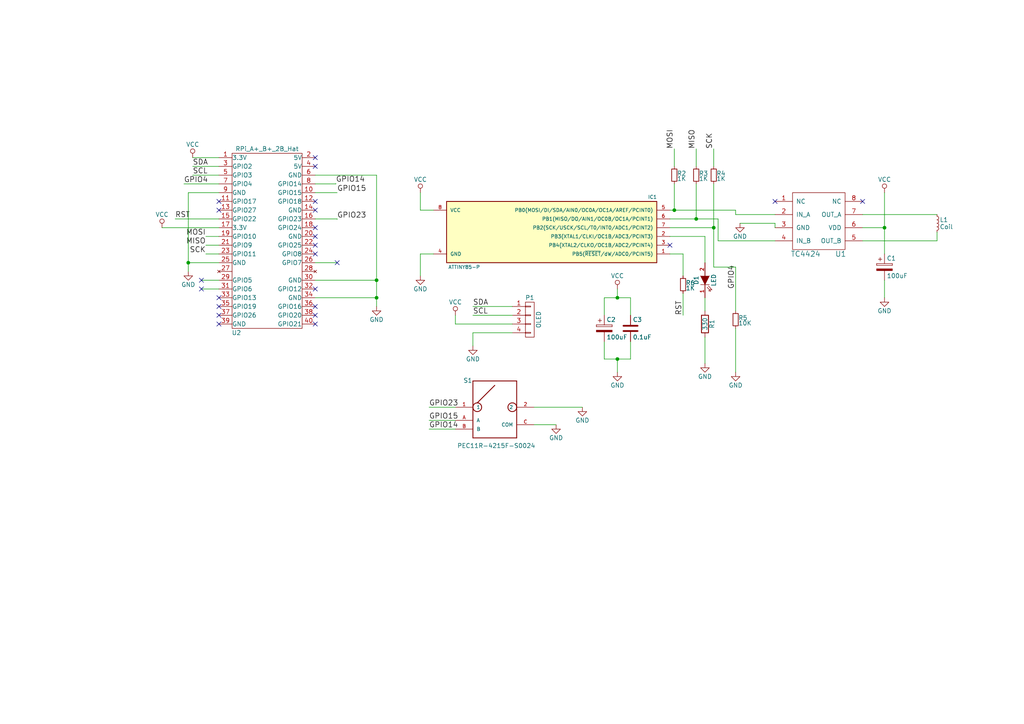
<source format=kicad_sch>
(kicad_sch (version 20230121) (generator eeschema)
  (paper "A4")
  (title_block (title "SamyKamTools") (date "2016-12-16") (rev "1.0") (company "Electronic Cats") (comment 1 "Andrés Sabas"))
  (lib_symbols
    (symbol "PEC11R-4215F-S0024:PEC11R-4215F-S0024" (pin_names (offset 1.016))
      (property "Reference" "S" (at -6.35 7.62 0))
      (property "Value" "PEC11R-4215F-S0024" (at -6.35 -10.16 0))
      (symbol "PEC11R-4215F-S0024_0_0"
        (circle (center -5.08 0) (radius 1.27) (stroke (width 0.254)))
        (polyline (pts (xy -6.35 -8.89) (xy 6.35 -8.89)) (stroke (width 0.254)))
        (polyline (pts (xy -6.35 7.62) (xy -6.35 -8.89)) (stroke (width 0.254)))
        (polyline (pts (xy -5.08 1.27) (xy 0 6.35)) (stroke (width 0.254)))
        (polyline (pts (xy 6.35 -8.89) (xy 6.35 7.62)) (stroke (width 0.254)))
        (polyline (pts (xy 6.35 7.62) (xy -6.35 7.62)) (stroke (width 0.254)))
        (circle (center 5.08 0) (radius 1.27) (stroke (width 0.254)))
        (pin passive line (at -11.43 0 0) (length 5.08) (name "1") (number "1"))
        (pin passive line (at 11.43 0 180) (length 5.08) (name "2") (number "2"))
        (pin passive line (at -11.43 -3.81 0) (length 5.08) (name "A") (number "A"))
        (pin passive line (at -11.43 -6.35 0) (length 5.08) (name "B") (number "B"))
        (pin passive line (at 11.43 -5.08 180) (length 5.08) (name "COM") (number "C"))
      )
    )
    (symbol "SamyKam-rescue:ATTINY85-P" (pin_names (offset 1.016))
      (property "Reference" "IC" (at -29.21 10.16 0))
      (property "Value" "ATTINY85-P" (at 25.4 -10.16 0))
      (property "Footprint" "DIP8" (at 25.4 0 0))
      (symbol "ATTINY85-P_0_1"
        (rectangle (start -30.48 8.89) (end 30.48 -8.89) (stroke (width 0.254)) (fill (type background)))
      )
      (symbol "ATTINY85-P_1_1"
        (pin bidirectional line (at -34.29 -6.35 0) (length 3.81) (name "PB5(~{RESET}/dW/ADC0/PCINT5)") (number "1"))
        (pin bidirectional line (at -34.29 -1.27 0) (length 3.81) (name "PB3(XTAL1/CLKI/OC1B/ADC3/PCINT3)") (number "2"))
        (pin bidirectional line (at -34.29 -3.81 0) (length 3.81) (name "PB4(XTAL2/CLKO/OC1B/ADC2/PCINT4)") (number "3"))
        (pin power_in line (at 34.29 -6.35 180) (length 3.81) (name "GND") (number "4"))
        (pin bidirectional line (at -34.29 6.35 0) (length 3.81) (name "PB0(MOSI/DI/SDA/AIN0/OC0A/OC1A/AREF/PCINT0)") (number "5"))
        (pin bidirectional line (at -34.29 3.81 0) (length 3.81) (name "PB1(MISO/DO/AIN1/OC0B/OC1A/PCINT1)") (number "6"))
        (pin bidirectional line (at -34.29 1.27 0) (length 3.81) (name "PB2(SCK/USCK/SCL/T0/INT0/ADC1/PCINT2)") (number "7"))
        (pin power_in line (at 34.29 6.35 180) (length 3.81) (name "VCC") (number "8"))
      )
    )
    (symbol "SamyKam-rescue:C" (pin_numbers hide) (pin_names (offset 0.254))
      (property "Reference" "C" (at 0.635 2.54 0))
      (property "Value" "C" (at 0.635 -2.54 0))
      (symbol "C_0_1"
        (polyline (pts (xy -2.032 -0.762) (xy 2.032 -0.762)) (stroke (width 0.508)))
        (polyline (pts (xy -2.032 0.762) (xy 2.032 0.762)) (stroke (width 0.508)))
      )
      (symbol "C_1_1"
        (pin passive line (at 0 3.81 270) (length 2.794) (name "~") (number "1"))
        (pin passive line (at 0 -3.81 90) (length 2.794) (name "~") (number "2"))
      )
    )
    (symbol "SamyKam-rescue:CONN_01X04" (pin_names (offset 1.016) hide)
      (property "Reference" "P" (at 0 6.35 0))
      (property "Value" "CONN_01X04" (at 2.54 0 90))
      (symbol "CONN_01X04_0_1"
        (rectangle (start -1.27 -3.683) (end 0.254 -3.937))
        (rectangle (start -1.27 -1.143) (end 0.254 -1.397))
        (rectangle (start -1.27 1.397) (end 0.254 1.143))
        (rectangle (start -1.27 3.937) (end 0.254 3.683))
        (rectangle (start -1.27 5.08) (end 1.27 -5.08))
      )
      (symbol "CONN_01X04_1_1"
        (pin passive line (at -5.08 3.81 0) (length 3.81) (name "P1") (number "1"))
        (pin passive line (at -5.08 1.27 0) (length 3.81) (name "P2") (number "2"))
        (pin passive line (at -5.08 -1.27 0) (length 3.81) (name "P3") (number "3"))
        (pin passive line (at -5.08 -3.81 0) (length 3.81) (name "P4") (number "4"))
      )
    )
    (symbol "SamyKam-rescue:CP" (pin_numbers hide) (pin_names (offset 0.254))
      (property "Reference" "C" (at 0.635 2.54 0))
      (property "Value" "CP" (at 0.635 -2.54 0))
      (symbol "CP_0_1"
        (rectangle (start -2.286 0.508) (end -2.286 1.016))
        (rectangle (start -2.286 0.508) (end 2.286 0.508))
        (polyline (pts (xy -1.778 2.286) (xy -0.762 2.286)))
        (polyline (pts (xy -1.27 2.794) (xy -1.27 1.778)))
        (rectangle (start 2.286 -0.508) (end -2.286 -1.016) (fill (type outline)))
        (rectangle (start 2.286 1.016) (end -2.286 1.016))
        (rectangle (start 2.286 1.016) (end 2.286 0.508))
      )
      (symbol "CP_1_1"
        (pin passive line (at 0 3.81 270) (length 2.794) (name "~") (number "1"))
        (pin passive line (at 0 -3.81 90) (length 2.794) (name "~") (number "2"))
      )
    )
    (symbol "SamyKam-rescue:GND" (power) (pin_names (offset 0))
      (property "Value" "GND" (at 0 -3.81 0))
      (symbol "GND_0_1"
        (polyline (pts (xy 0 0) (xy 0 -1.27) (xy 1.27 -1.27) (xy 0 -2.54) (xy -1.27 -1.27) (xy 0 -1.27)))
      )
      (symbol "GND_1_1"
        (pin power_in line (at 0 0 270) (length 0) hide (name "GND") (number "1"))
      )
    )
    (symbol "SamyKam-rescue:LED-RESCUE-MagSpoofinThePi" (pin_names (offset 1.016) hide)
      (property "Reference" "D" (at 0 2.54 0))
      (property "Value" "LED-RESCUE-MagSpoofinThePi" (at 0 -2.54 0))
      (symbol "LED-RESCUE-MagSpoofinThePi_0_1"
        (polyline (pts (xy -1.27 1.27) (xy -1.27 -1.27)))
        (polyline (pts (xy -2.032 -0.635) (xy -3.175 -1.651) (xy -3.048 -1.016)))
        (polyline (pts (xy -1.651 -1.016) (xy -2.794 -2.032) (xy -2.667 -1.397)))
        (polyline (pts (xy 1.27 1.27) (xy -1.27 0) (xy 1.27 -1.27)) (fill (type outline)))
      )
      (symbol "LED-RESCUE-MagSpoofinThePi_1_1"
        (pin passive line (at -5.08 0 0) (length 3.81) (name "K") (number "1"))
        (pin passive line (at 5.08 0 180) (length 3.81) (name "A") (number "2"))
      )
    )
    (symbol "SamyKam-rescue:L_Small" (pin_numbers hide) (pin_names (offset 0.254) hide)
      (property "Reference" "L" (at 0.762 1.016 0))
      (property "Value" "L_Small" (at 0.762 -1.016 0))
      (symbol "L_Small_0_1"
        (arc (start 0 -2.032) (mid 0.5058 -1.524) (end 0 -1.016))
        (arc (start 0 -1.016) (mid 0.5058 -0.508) (end 0 0))
        (arc (start 0 0) (mid 0.5058 0.508) (end 0 1.016))
        (arc (start 0 1.016) (mid 0.5058 1.524) (end 0 2.032))
      )
      (symbol "L_Small_1_1"
        (pin passive line (at 0 2.54 270) (length 0.508) (name "~") (number "1"))
        (pin passive line (at 0 -2.54 90) (length 0.508) (name "~") (number "2"))
      )
    )
    (symbol "SamyKam-rescue:R" (pin_numbers hide) (pin_names (offset 0))
      (property "Reference" "R" (at 2.032 0 90))
      (property "Value" "R" (at 0 0 90))
      (symbol "R_0_1"
        (rectangle (start -1.016 -2.54) (end 1.016 2.54) (stroke (width 0.254)))
      )
      (symbol "R_1_1"
        (pin passive line (at 0 3.81 270) (length 1.27) (name "~") (number "1"))
        (pin passive line (at 0 -3.81 90) (length 1.27) (name "~") (number "2"))
      )
    )
    (symbol "SamyKam-rescue:RPi_A+_B+_2B_Hat" (pin_names (offset 0.0254))
      (property "Reference" "U" (at -8.89 -26.67 0))
      (property "Value" "RPi_A+_B+_2B_Hat" (at 0 26.67 0))
      (symbol "RPi_A+_B+_2B_Hat_0_1"
        (rectangle (start -10.16 25.4) (end 10.16 -25.4))
      )
      (symbol "RPi_A+_B+_2B_Hat_1_1"
        (pin power_out line (at -13.97 24.13 0) (length 3.81) (name "3.3V") (number "1"))
        (pin passive line (at 13.97 13.97 180) (length 3.81) (name "GPIO15") (number "10"))
        (pin passive line (at -13.97 11.43 0) (length 3.81) (name "GPIO17") (number "11"))
        (pin passive line (at 13.97 11.43 180) (length 3.81) (name "GPIO18") (number "12"))
        (pin passive line (at -13.97 8.89 0) (length 3.81) (name "GPIO27") (number "13"))
        (pin power_in line (at 13.97 8.89 180) (length 3.81) (name "GND") (number "14"))
        (pin passive line (at -13.97 6.35 0) (length 3.81) (name "GPIO22") (number "15"))
        (pin passive line (at 13.97 6.35 180) (length 3.81) (name "GPIO23") (number "16"))
        (pin power_out line (at -13.97 3.81 0) (length 3.81) (name "3.3V") (number "17"))
        (pin passive line (at 13.97 3.81 180) (length 3.81) (name "GPIO24") (number "18"))
        (pin passive line (at -13.97 1.27 0) (length 3.81) (name "GPIO10") (number "19"))
        (pin power_out line (at 13.97 24.13 180) (length 3.81) (name "5V") (number "2"))
        (pin power_in line (at 13.97 1.27 180) (length 3.81) (name "GND") (number "20"))
        (pin passive line (at -13.97 -1.27 0) (length 3.81) (name "GPIO9") (number "21"))
        (pin passive line (at 13.97 -1.27 180) (length 3.81) (name "GPIO25") (number "22"))
        (pin passive line (at -13.97 -3.81 0) (length 3.81) (name "GPIO11") (number "23"))
        (pin passive line (at 13.97 -3.81 180) (length 3.81) (name "GPIO8") (number "24"))
        (pin power_in line (at -13.97 -6.35 0) (length 3.81) (name "GND") (number "25"))
        (pin passive line (at 13.97 -6.35 180) (length 3.81) (name "GPIO7") (number "26"))
        (pin no_connect line (at -13.97 -8.89 0) (length 3.81) (name "~") (number "27"))
        (pin no_connect line (at 13.97 -8.89 180) (length 3.81) (name "~") (number "28"))
        (pin passive line (at -13.97 -11.43 0) (length 3.81) (name "GPIO5") (number "29"))
        (pin passive line (at -13.97 21.59 0) (length 3.81) (name "GPIO2") (number "3"))
        (pin power_in line (at 13.97 -11.43 180) (length 3.81) (name "GND") (number "30"))
        (pin passive line (at -13.97 -13.97 0) (length 3.81) (name "GPIO6") (number "31"))
        (pin passive line (at 13.97 -13.97 180) (length 3.81) (name "GPIO12") (number "32"))
        (pin passive line (at -13.97 -16.51 0) (length 3.81) (name "GPIO13") (number "33"))
        (pin power_in line (at 13.97 -16.51 180) (length 3.81) (name "GND") (number "34"))
        (pin passive line (at -13.97 -19.05 0) (length 3.81) (name "GPIO19") (number "35"))
        (pin passive line (at 13.97 -19.05 180) (length 3.81) (name "GPIO16") (number "36"))
        (pin passive line (at -13.97 -21.59 0) (length 3.81) (name "GPIO26") (number "37"))
        (pin passive line (at 13.97 -21.59 180) (length 3.81) (name "GPIO20") (number "38"))
        (pin power_in line (at -13.97 -24.13 0) (length 3.81) (name "GND") (number "39"))
        (pin power_out line (at 13.97 21.59 180) (length 3.81) (name "5V") (number "4"))
        (pin passive line (at 13.97 -24.13 180) (length 3.81) (name "GPIO21") (number "40"))
        (pin passive line (at -13.97 19.05 0) (length 3.81) (name "GPIO3") (number "5"))
        (pin power_in line (at 13.97 19.05 180) (length 3.81) (name "GND") (number "6"))
        (pin passive line (at -13.97 16.51 0) (length 3.81) (name "GPIO4") (number "7"))
        (pin passive line (at 13.97 16.51 180) (length 3.81) (name "GPIO14") (number "8"))
        (pin power_in line (at -13.97 13.97 0) (length 3.81) (name "GND") (number "9"))
      )
    )
    (symbol "SamyKam-rescue:R_Small" (pin_numbers hide) (pin_names (offset 0.254) hide)
      (property "Reference" "R" (at 0.762 0.508 0))
      (property "Value" "R_Small" (at 0.762 -1.016 0))
      (symbol "R_Small_0_1"
        (rectangle (start -0.762 1.778) (end 0.762 -1.778) (stroke (width 0.2032)))
      )
      (symbol "R_Small_1_1"
        (pin passive line (at 0 2.54 270) (length 0.762) (name "~") (number "1"))
        (pin passive line (at 0 -2.54 90) (length 0.762) (name "~") (number "2"))
      )
    )
    (symbol "SamyKam-rescue:TC4424" (pin_names (offset 1.016))
      (property "Reference" "U" (at 6.35 -8.89 0))
      (property "Value" "TC4424" (at -3.81 -8.89 0))
      (symbol "TC4424_0_1"
        (rectangle (start -7.62 8.89) (end 7.62 -7.62))
      )
      (symbol "TC4424_1_1"
        (pin input line (at -12.7 6.35 0) (length 5.08) (name "NC") (number "1"))
        (pin input line (at -12.7 2.54 0) (length 5.08) (name "IN_A") (number "2"))
        (pin input line (at -12.7 -1.27 0) (length 5.08) (name "GND") (number "3"))
        (pin input line (at -12.7 -5.08 0) (length 5.08) (name "IN_B") (number "4"))
        (pin input line (at 12.7 -5.08 180) (length 5.08) (name "OUT_B") (number "5"))
        (pin input line (at 12.7 -1.27 180) (length 5.08) (name "VDD") (number "6"))
        (pin input line (at 12.7 2.54 180) (length 5.08) (name "OUT_A") (number "7"))
        (pin input line (at 12.7 6.35 180) (length 5.08) (name "NC") (number "8"))
      )
    )
    (symbol "SamyKam-rescue:VCC" (power) (pin_names (offset 0))
      (property "Value" "VCC" (at 0 3.81 0))
      (symbol "VCC_0_1"
        (polyline (pts (xy 0 0) (xy 0 1.27)))
        (circle (center 0 1.905) (radius 0.635))
      )
      (symbol "VCC_1_1"
        (pin power_in line (at 0 0 90) (length 0) hide (name "VCC") (number "1"))
      )
    )
  )
  (junction (at 109.22 81.28))
  (junction (at 54.61 76.2))
  (junction (at 195.58 60.96))
  (junction (at 109.22 86.36))
  (junction (at 256.54 66.04))
  (junction (at 179.07 104.14))
  (junction (at 207.01 66.04))
  (junction (at 179.07 86.36))
  (junction (at 201.93 63.5))
  (no_connect (at 63.5 88.9))
  (no_connect (at 91.44 93.98))
  (no_connect (at 250.19 58.42))
  (no_connect (at 91.44 88.9))
  (no_connect (at 91.44 45.72))
  (no_connect (at 58.42 83.82))
  (no_connect (at 63.5 91.44))
  (no_connect (at 224.79 58.42))
  (no_connect (at 63.5 58.42))
  (no_connect (at 91.44 58.42))
  (no_connect (at 91.44 66.04))
  (no_connect (at 97.79 76.2))
  (no_connect (at 91.44 71.12))
  (no_connect (at 91.44 83.82))
  (no_connect (at 63.5 86.36))
  (no_connect (at 58.42 81.28))
  (no_connect (at 91.44 48.26))
  (no_connect (at 91.44 60.96))
  (no_connect (at 91.44 73.66))
  (no_connect (at 63.5 93.98))
  (no_connect (at 91.44 91.44))
  (no_connect (at 91.44 68.58))
  (no_connect (at 63.5 60.96))
  (no_connect (at 194.31 71.12))
  (wire (pts (xy 109.22 86.36) (xy 91.44 86.36)))
  (wire (pts (xy 213.36 95.25) (xy 213.36 107.95)))
  (wire (pts (xy 132.08 93.98) (xy 148.59 93.98)))
  (wire (pts (xy 109.22 81.28) (xy 109.22 86.36)))
  (wire (pts (xy 194.31 66.04) (xy 207.01 66.04)))
  (wire (pts (xy 208.28 63.5) (xy 201.93 63.5)))
  (wire (pts (xy 175.26 104.14) (xy 175.26 99.06)))
  (wire (pts (xy 214.63 64.77) (xy 224.79 64.77)))
  (wire (pts (xy 63.5 68.58) (xy 59.69 68.58)))
  (wire (pts (xy 201.93 53.34) (xy 201.93 63.5)))
  (wire (pts (xy 154.94 123.19) (xy 161.29 123.19)))
  (wire (pts (xy 194.31 60.96) (xy 195.58 60.96)))
  (wire (pts (xy 121.92 73.66) (xy 121.92 80.01)))
  (wire (pts (xy 109.22 50.8) (xy 109.22 81.28)))
  (wire (pts (xy 201.93 63.5) (xy 194.31 63.5)))
  (wire (pts (xy 148.59 88.9) (xy 137.16 88.9)))
  (wire (pts (xy 63.5 45.72) (xy 55.88 45.72)))
  (wire (pts (xy 46.99 66.04) (xy 63.5 66.04)))
  (wire (pts (xy 198.12 80.01) (xy 198.12 73.66)))
  (wire (pts (xy 256.54 55.88) (xy 256.54 66.04)))
  (wire (pts (xy 179.07 86.36) (xy 179.07 83.82)))
  (wire (pts (xy 250.19 69.85) (xy 271.78 69.85)))
  (wire (pts (xy 97.79 63.5) (xy 97.79 63.627)))
  (wire (pts (xy 195.58 60.96) (xy 213.36 60.96)))
  (wire (pts (xy 54.61 76.2) (xy 63.5 76.2)))
  (wire (pts (xy 201.93 48.26) (xy 201.93 43.18)))
  (wire (pts (xy 137.16 96.52) (xy 137.16 100.33)))
  (wire (pts (xy 271.78 69.85) (xy 271.78 67.31)))
  (wire (pts (xy 195.58 53.34) (xy 195.58 60.96)))
  (wire (pts (xy 91.44 81.28) (xy 109.22 81.28)))
  (wire (pts (xy 207.01 77.47) (xy 213.36 77.47)))
  (wire (pts (xy 213.36 62.23) (xy 224.79 62.23)))
  (wire (pts (xy 63.5 83.82) (xy 58.42 83.82)))
  (wire (pts (xy 63.5 73.66) (xy 59.69 73.66)))
  (wire (pts (xy 91.44 76.2) (xy 97.79 76.2)))
  (wire (pts (xy 175.26 86.36) (xy 179.07 86.36)))
  (wire (pts (xy 204.47 68.58) (xy 204.47 76.2)))
  (wire (pts (xy 132.08 91.44) (xy 132.08 93.98)))
  (wire (pts (xy 63.5 63.5) (xy 50.8 63.5)))
  (wire (pts (xy 179.07 104.14) (xy 179.07 107.95)))
  (wire (pts (xy 224.79 64.77) (xy 224.79 66.04)))
  (wire (pts (xy 195.58 48.26) (xy 195.58 43.18)))
  (wire (pts (xy 97.409 53.34) (xy 97.409 53.213)))
  (wire (pts (xy 91.44 53.34) (xy 97.409 53.34)))
  (wire (pts (xy 208.28 69.85) (xy 224.79 69.85)))
  (wire (pts (xy 207.01 66.04) (xy 207.01 77.47)))
  (wire (pts (xy 182.88 86.36) (xy 182.88 91.44)))
  (wire (pts (xy 194.31 68.58) (xy 204.47 68.58)))
  (wire (pts (xy 175.26 104.14) (xy 179.07 104.14)))
  (wire (pts (xy 63.5 53.34) (xy 53.34 53.34)))
  (wire (pts (xy 91.44 55.88) (xy 97.79 55.88)))
  (wire (pts (xy 208.28 69.85) (xy 208.28 63.5)))
  (wire (pts (xy 207.01 53.34) (xy 207.01 66.04)))
  (wire (pts (xy 54.61 76.2) (xy 54.61 78.74)))
  (wire (pts (xy 250.19 62.23) (xy 271.78 62.23)))
  (wire (pts (xy 179.07 86.36) (xy 182.88 86.36)))
  (wire (pts (xy 213.36 60.96) (xy 213.36 62.23)))
  (wire (pts (xy 54.61 55.88) (xy 54.61 76.2)))
  (wire (pts (xy 91.44 63.5) (xy 97.79 63.5)))
  (wire (pts (xy 198.12 73.66) (xy 194.31 73.66)))
  (wire (pts (xy 204.47 97.79) (xy 204.47 105.41)))
  (wire (pts (xy 124.46 121.92) (xy 132.08 121.92)))
  (wire (pts (xy 63.5 50.8) (xy 55.88 50.8)))
  (wire (pts (xy 54.61 55.88) (xy 63.5 55.88)))
  (wire (pts (xy 121.92 60.96) (xy 125.73 60.96)))
  (wire (pts (xy 256.54 81.28) (xy 256.54 86.36)))
  (wire (pts (xy 256.54 66.04) (xy 256.54 73.66)))
  (wire (pts (xy 207.01 48.26) (xy 207.01 43.18)))
  (wire (pts (xy 124.46 118.11) (xy 132.08 118.11)))
  (wire (pts (xy 148.59 96.52) (xy 137.16 96.52)))
  (wire (pts (xy 124.46 124.46) (xy 132.08 124.46)))
  (wire (pts (xy 179.07 104.14) (xy 182.88 104.14)))
  (wire (pts (xy 121.92 60.96) (xy 121.92 55.88)))
  (wire (pts (xy 63.5 81.28) (xy 58.42 81.28)))
  (wire (pts (xy 121.92 73.66) (xy 125.73 73.66)))
  (wire (pts (xy 154.94 118.11) (xy 168.91 118.11)))
  (wire (pts (xy 204.47 90.17) (xy 204.47 86.36)))
  (wire (pts (xy 175.26 91.44) (xy 175.26 86.36)))
  (wire (pts (xy 91.44 50.8) (xy 109.22 50.8)))
  (wire (pts (xy 109.22 86.36) (xy 109.22 88.9)))
  (wire (pts (xy 250.19 66.04) (xy 256.54 66.04)))
  (wire (pts (xy 148.59 91.44) (xy 137.16 91.44)))
  (wire (pts (xy 63.5 48.26) (xy 55.88 48.26)))
  (wire (pts (xy 213.36 77.47) (xy 213.36 90.17)))
  (wire (pts (xy 63.5 71.12) (xy 59.69 71.12)))
  (wire (pts (xy 198.12 85.09) (xy 198.12 91.44)))
  (wire (pts (xy 182.88 104.14) (xy 182.88 99.06)))
  (label "GPIO4" (at 213.36 83.82 90) (effects (font (size 1.524 1.524))))
  (label "GPIO4" (at 53.34 53.34 0) (effects (font (size 1.524 1.524))))
  (label "SCL" (at 137.16 91.44 0) (effects (font (size 1.524 1.524))))
  (label "SDA" (at 137.16 88.9 0) (effects (font (size 1.524 1.524))))
  (label "MISO" (at 59.69 71.12 180) (effects (font (size 1.524 1.524))))
  (label "SCL" (at 55.88 50.8 0) (effects (font (size 1.524 1.524))))
  (label "GPIO14" (at 97.409 53.213 0) (effects (font (size 1.524 1.524))))
  (label "GPIO15" (at 124.46 121.92 0) (effects (font (size 1.524 1.524))))
  (label "MISO" (at 201.93 43.18 90) (effects (font (size 1.524 1.524))))
  (label "MOSI" (at 195.58 43.18 90) (effects (font (size 1.524 1.524))))
  (label "GPIO23" (at 97.79 63.627 0) (effects (font (size 1.524 1.524))))
  (label "SCK" (at 207.01 43.18 90) (effects (font (size 1.524 1.524))))
  (label "SCK" (at 59.69 73.66 180) (effects (font (size 1.524 1.524))))
  (label "GPIO15" (at 97.79 55.88 0) (effects (font (size 1.524 1.524))))
  (label "GPIO14" (at 124.46 124.46 0) (effects (font (size 1.524 1.524))))
  (label "MOSI" (at 59.69 68.58 180) (effects (font (size 1.524 1.524))))
  (label "RST" (at 198.12 91.44 90) (effects (font (size 1.524 1.524))))
  (label "GPIO23" (at 124.46 118.11 0) (effects (font (size 1.524 1.524))))
  (label "SDA" (at 55.88 48.26 0) (effects (font (size 1.524 1.524))))
  (label "RST" (at 50.8 63.5 0) (effects (font (size 1.524 1.524))))
  (symbol (lib_id "SamyKam-rescue:ATTINY85-P") (at 160.02 67.31 0) (mirror y) (unit 1)
    (property "Reference" "IC1" (at 189.23 57.15 0) (effects (font (size 1.016 1.016))))
    (property "Value" "ATTINY85-P" (at 134.62 77.47 0) (effects (font (size 1.016 1.016))))
    (property "Footprint" "SMD_Packages:SOIC-8-N" (effects hide))
  )
  (symbol (lib_id "SamyKam-rescue:LED-RESCUE-MagSpoofinThePi") (at 204.47 81.28 90) (unit 1)
    (property "Reference" "D1" (at 201.93 81.28 0))
    (property "Value" "LED" (at 207.01 81.28 0))
    (property "Footprint" "LEDs:LED_0805" (effects hide))
  )
  (symbol (lib_id "SamyKam-rescue:L_Small") (at 271.78 64.77 0) (unit 1)
    (property "Reference" "L1" (at 272.542 63.754 0) (effects (justify left)))
    (property "Value" "Coil" (at 272.542 65.786 0) (effects (justify left)))
    (property "Footprint" "Resistors_ThroughHole:Resistor_Horizontal_RM7mm" (effects hide))
  )
  (symbol (lib_id "SamyKam-rescue:R") (at 204.47 93.98 0) (unit 1)
    (property "Reference" "R1" (at 206.502 93.98 90))
    (property "Value" "330" (at 204.47 93.98 90))
    (property "Footprint" "Resistors_SMD:R_0805_HandSoldering" (effects hide))
  )
  (symbol (lib_id "SamyKam-rescue:GND") (at 214.63 64.77 0) (unit 1)
    (property "Reference" "#PWR01" (effects hide))
    (property "Value" "GND" (at 214.63 68.58 0))
  )
  (symbol (lib_id "SamyKam-rescue:CP") (at 256.54 77.47 0) (unit 1)
    (property "Reference" "C1" (at 257.175 74.93 0) (effects (justify left)))
    (property "Value" "100uF" (at 257.175 80.01 0) (effects (justify left)))
    (property "Footprint" "Capacitors_Tantalum_SMD:TantalC_SizeA_EIA-3216_HandSoldering" (effects hide))
  )
  (symbol (lib_id "SamyKam-rescue:GND") (at 256.54 86.36 0) (unit 1)
    (property "Reference" "#PWR02" (effects hide))
    (property "Value" "GND" (at 256.54 90.17 0))
  )
  (symbol (lib_id "SamyKam-rescue:GND") (at 204.47 105.41 0) (unit 1)
    (property "Reference" "#PWR03" (effects hide))
    (property "Value" "GND" (at 204.47 109.22 0))
  )
  (symbol (lib_id "SamyKam-rescue:VCC") (at 256.54 55.88 0) (unit 1)
    (property "Reference" "#PWR04" (effects hide))
    (property "Value" "VCC" (at 256.54 52.07 0))
  )
  (symbol (lib_id "SamyKam-rescue:VCC") (at 121.92 55.88 0) (unit 1)
    (property "Reference" "#PWR08" (effects hide))
    (property "Value" "VCC" (at 121.92 52.07 0))
  )
  (symbol (lib_id "SamyKam-rescue:GND") (at 121.92 80.01 0) (unit 1)
    (property "Reference" "#PWR05" (effects hide))
    (property "Value" "GND" (at 121.92 83.82 0))
  )
  (symbol (lib_id "SamyKam-rescue:CP") (at 175.26 95.25 0) (unit 1)
    (property "Reference" "C2" (at 175.895 92.71 0) (effects (justify left)))
    (property "Value" "100uF" (at 175.895 97.79 0) (effects (justify left)))
    (property "Footprint" "Capacitors_Tantalum_SMD:TantalC_SizeA_EIA-3216_HandSoldering" (effects hide))
    (property "Manufacturer" "Maxim" (effects hide))
    (property "Temperatura" "+85/-40" (effects hide))
    (property "Alimentacion" "5v" (effects hide))
  )
  (symbol (lib_id "SamyKam-rescue:C") (at 182.88 95.25 0) (unit 1)
    (property "Reference" "C3" (at 183.515 92.71 0) (effects (justify left)))
    (property "Value" "0.1uF" (at 183.515 97.79 0) (effects (justify left)))
    (property "Footprint" "Capacitors_SMD:C_0805_HandSoldering" (effects hide))
    (property "Manufacturer" "Maxim" (effects hide))
    (property "Temperatura" "+85/-40" (effects hide))
    (property "Alimentacion" "5v" (effects hide))
  )
  (symbol (lib_id "SamyKam-rescue:VCC") (at 179.07 83.82 0) (unit 1)
    (property "Reference" "#PWR06" (effects hide))
    (property "Value" "VCC" (at 179.07 80.01 0))
  )
  (symbol (lib_id "SamyKam-rescue:GND") (at 179.07 107.95 0) (unit 1)
    (property "Reference" "#PWR07" (effects hide))
    (property "Value" "GND" (at 179.07 111.76 0))
  )
  (symbol (lib_id "SamyKam-rescue:TC4424") (at 237.49 64.77 0) (unit 1)
    (property "Reference" "U1" (at 243.84 73.66 0) (effects (font (size 1.524 1.524))))
    (property "Value" "TC4424" (at 233.68 73.66 0) (effects (font (size 1.524 1.524))))
    (property "Footprint" "SMD_Packages:SOIC-8-N" (effects hide))
  )
  (symbol (lib_id "SamyKam-rescue:RPi_A+_B+_2B_Hat") (at 77.47 69.85 0) (unit 1)
    (property "Reference" "U2" (at 68.58 96.52 0))
    (property "Value" "RPi_A+_B+_2B_Hat" (at 77.47 43.18 0))
    (property "Footprint" "TIH:z_RPiZero_Hat_NPTH" (effects hide))
  )
  (symbol (lib_id "SamyKam-rescue:R_Small") (at 198.12 82.55 0) (unit 1)
    (property "Reference" "R6" (at 198.882 82.042 0) (effects (justify left)))
    (property "Value" "1K" (at 198.882 83.566 0) (effects (justify left)))
    (property "Footprint" "Resistors_SMD:R_0805_HandSoldering" (effects hide))
  )
  (symbol (lib_id "SamyKam-rescue:R_Small") (at 213.36 92.71 0) (unit 1)
    (property "Reference" "R5" (at 214.122 92.202 0) (effects (justify left)))
    (property "Value" "10K" (at 214.122 93.726 0) (effects (justify left)))
    (property "Footprint" "Resistors_SMD:R_0805_HandSoldering" (effects hide))
  )
  (symbol (lib_id "SamyKam-rescue:R_Small") (at 195.58 50.8 0) (unit 1)
    (property "Reference" "R2" (at 196.342 50.292 0) (effects (justify left)))
    (property "Value" "1K" (at 196.342 51.816 0) (effects (justify left)))
    (property "Footprint" "Resistors_SMD:R_0805_HandSoldering" (effects hide))
  )
  (symbol (lib_id "SamyKam-rescue:R_Small") (at 207.01 50.8 0) (unit 1)
    (property "Reference" "R4" (at 207.772 50.292 0) (effects (justify left)))
    (property "Value" "1K" (at 207.772 51.816 0) (effects (justify left)))
    (property "Footprint" "Resistors_SMD:R_0805_HandSoldering" (effects hide))
  )
  (symbol (lib_id "SamyKam-rescue:R_Small") (at 201.93 50.8 0) (unit 1)
    (property "Reference" "R3" (at 202.692 50.292 0) (effects (justify left)))
    (property "Value" "1K" (at 202.692 51.816 0) (effects (justify left)))
    (property "Footprint" "Resistors_SMD:R_0805_HandSoldering" (effects hide))
  )
  (symbol (lib_id "SamyKam-rescue:VCC") (at 55.88 45.72 0) (unit 1)
    (property "Reference" "#PWR09" (effects hide))
    (property "Value" "VCC" (at 55.88 41.91 0))
  )
  (symbol (lib_id "SamyKam-rescue:VCC") (at 46.99 66.04 0) (unit 1)
    (property "Reference" "#PWR010" (effects hide))
    (property "Value" "VCC" (at 46.99 62.23 0))
  )
  (symbol (lib_id "SamyKam-rescue:GND") (at 213.36 107.95 0) (unit 1)
    (property "Reference" "#PWR011" (effects hide))
    (property "Value" "GND" (at 213.36 111.76 0))
  )
  (symbol (lib_id "SamyKam-rescue:GND") (at 54.61 78.74 0) (unit 1)
    (property "Reference" "#PWR012" (effects hide))
    (property "Value" "GND" (at 54.61 82.55 0))
  )
  (symbol (lib_id "SamyKam-rescue:CONN_01X04") (at 153.67 92.71 0) (unit 1)
    (property "Reference" "P1" (at 153.67 86.36 0))
    (property "Value" "OLED" (at 156.21 92.71 90))
    (property "Footprint" "Pin_Headers:Pin_Header_Straight_1x04" (effects hide))
  )
  (symbol (lib_id "SamyKam-rescue:VCC") (at 132.08 91.44 0) (unit 1)
    (property "Reference" "#PWR013" (effects hide))
    (property "Value" "VCC" (at 132.08 87.63 0))
  )
  (symbol (lib_id "PEC11R-4215F-S0024:PEC11R-4215F-S0024") (at 143.51 118.11 0) (unit 1)
    (property "Reference" "S1" (at 134.366 110.363 0) (effects (justify left)))
    (property "Value" "PEC11R-4215F-S0024" (at 132.588 129.286 0) (effects (justify left)))
    (property "Footprint" "Libs:SW_PEC11R-4215F-S0024" (effects hide))
    (property "Datasheet" "1.10 USD" (effects hide))
    (property "MP" "PEC11R-4215F-S0024" (effects hide))
    (property "Availability" "Good" (effects hide))
    (property "Description" "Incremental Encoder, 12 Mm, Contact Rating 10 Ma - 5 Vdc" (effects hide))
    (property "Package" "None" (effects hide))
    (property "MF" "Bourns" (effects hide))
  )
  (symbol (lib_id "SamyKam-rescue:GND") (at 168.91 118.11 0) (unit 1)
    (property "Reference" "#PWR014" (effects hide))
    (property "Value" "GND" (at 168.91 121.92 0))
  )
  (symbol (lib_id "SamyKam-rescue:GND") (at 109.22 88.9 0) (unit 1)
    (property "Reference" "#PWR?" (effects hide))
    (property "Value" "GND" (at 109.22 92.71 0))
  )
  (symbol (lib_id "SamyKam-rescue:GND") (at 161.29 123.19 0) (unit 1)
    (property "Reference" "#PWR?" (effects hide))
    (property "Value" "GND" (at 161.29 127 0))
  )
  (symbol (lib_id "SamyKam-rescue:GND") (at 137.16 100.33 0) (unit 1)
    (property "Reference" "#PWR?" (effects hide))
    (property "Value" "GND" (at 137.16 104.14 0))
  )
)
</source>
